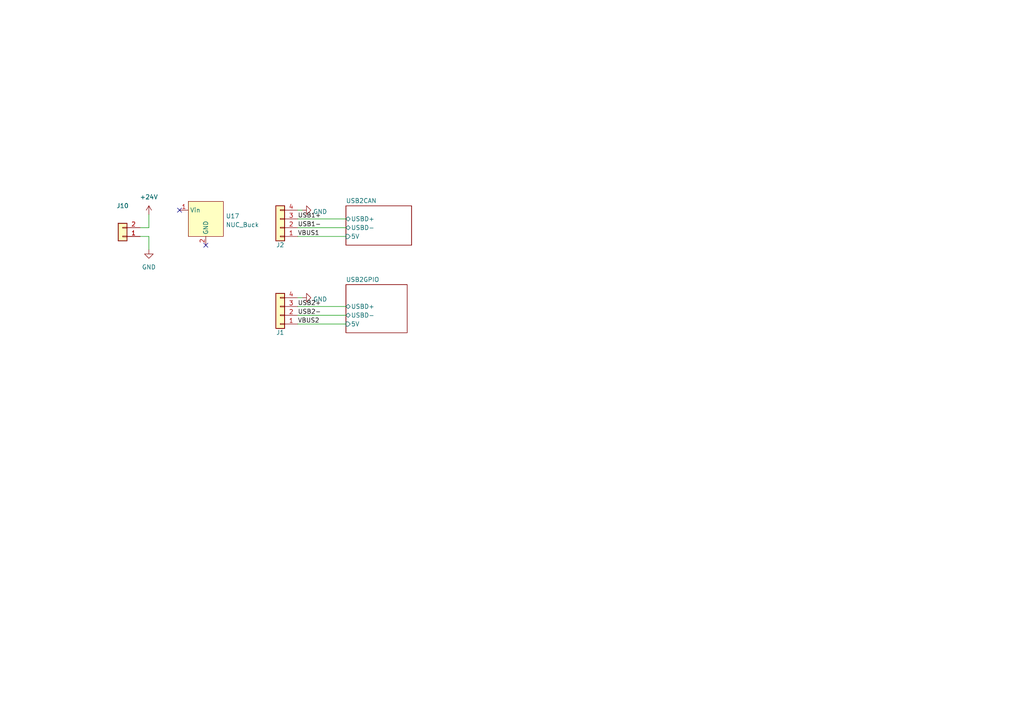
<source format=kicad_sch>
(kicad_sch (version 20230121) (generator eeschema)
  (paper "A4")
  (lib_symbols
    (symbol "Connector_Generic:Conn_01x02" (pin_names (offset 1.016) hide)
      (property "Reference" "J" (at 0 2.54 0))
      (property "Value" "Conn_01x02" (at 0 -5.08 0))
      (symbol "Conn_01x02_1_1"
        (rectangle (start -1.27 -2.413) (end 0 -2.667) (stroke (width 0.1524)))
        (rectangle (start -1.27 0.127) (end 0 -0.127) (stroke (width 0.1524)))
        (rectangle (start -1.27 1.27) (end 1.27 -3.81) (stroke (width 0.254)) (fill (type background)))
        (pin passive line (at -5.08 0 0) (length 3.81) (name "Pin_1") (number "1"))
        (pin passive line (at -5.08 -2.54 0) (length 3.81) (name "Pin_2") (number "2"))
      )
    )
    (symbol "Connector_Generic:Conn_01x04" (pin_names (offset 1.016) hide)
      (property "Reference" "J" (at 0 5.08 0))
      (property "Value" "Conn_01x04" (at 0 -7.62 0))
      (symbol "Conn_01x04_1_1"
        (rectangle (start -1.27 -4.953) (end 0 -5.207) (stroke (width 0.1524)))
        (rectangle (start -1.27 -2.413) (end 0 -2.667) (stroke (width 0.1524)))
        (rectangle (start -1.27 0.127) (end 0 -0.127) (stroke (width 0.1524)))
        (rectangle (start -1.27 2.667) (end 0 2.413) (stroke (width 0.1524)))
        (rectangle (start -1.27 3.81) (end 1.27 -6.35) (stroke (width 0.254)) (fill (type background)))
        (pin passive line (at -5.08 2.54 0) (length 3.81) (name "Pin_1") (number "1"))
        (pin passive line (at -5.08 0 0) (length 3.81) (name "Pin_2") (number "2"))
        (pin passive line (at -5.08 -2.54 0) (length 3.81) (name "Pin_3") (number "3"))
        (pin passive line (at -5.08 -5.08 0) (length 3.81) (name "Pin_4") (number "4"))
      )
    )
    (symbol "MyLib:NUC_Buck"
      (property "Reference" "U" (at 5.08 7.62 0))
      (property "Value" "NUC_Buck" (at -2.54 7.62 0))
      (symbol "NUC_Buck_0_1"
        (rectangle (start -5.08 5.08) (end 5.08 -5.08) (stroke (width 0.1524)) (fill (type background)))
      )
      (symbol "NUC_Buck_1_1"
        (pin power_in line (at -7.62 2.54 0) (length 2.54) (name "Vin") (number "1"))
        (pin power_in line (at 0 -7.62 90) (length 2.54) (name "GND") (number "2"))
      )
    )
    (symbol "power:+24V" (power) (pin_names (offset 0))
      (property "Value" "+24V" (at 0 3.556 0))
      (symbol "+24V_0_1"
        (polyline (pts (xy -0.762 1.27) (xy 0 2.54)))
        (polyline (pts (xy 0 0) (xy 0 2.54)))
        (polyline (pts (xy 0 2.54) (xy 0.762 1.27)))
      )
      (symbol "+24V_1_1"
        (pin power_in line (at 0 0 90) (length 0) hide (name "+24V") (number "1"))
      )
    )
    (symbol "power:GND" (power) (pin_names (offset 0))
      (property "Value" "GND" (at 0 -3.81 0))
      (symbol "GND_0_1"
        (polyline (pts (xy 0 0) (xy 0 -1.27) (xy 1.27 -1.27) (xy 0 -2.54) (xy -1.27 -1.27) (xy 0 -1.27)))
      )
      (symbol "GND_1_1"
        (pin power_in line (at 0 0 270) (length 0) hide (name "GND") (number "1"))
      )
    )
  )
  (no_connect (at 59.69 71.12))
  (no_connect (at 52.07 60.96))
  (wire (pts (xy 86.36 66.04) (xy 100.33 66.04)))
  (wire (pts (xy 86.36 86.36) (xy 87.63 86.36)))
  (wire (pts (xy 86.36 68.58) (xy 100.33 68.58)))
  (wire (pts (xy 86.36 91.44) (xy 100.33 91.44)))
  (wire (pts (xy 86.36 60.96) (xy 87.63 60.96)))
  (wire (pts (xy 43.18 68.58) (xy 40.64 68.58)))
  (wire (pts (xy 86.36 93.98) (xy 100.33 93.98)))
  (wire (pts (xy 43.18 62.23) (xy 43.18 66.04)))
  (wire (pts (xy 43.18 72.39) (xy 43.18 68.58)))
  (wire (pts (xy 43.18 66.04) (xy 40.64 66.04)))
  (wire (pts (xy 86.36 63.5) (xy 100.33 63.5)))
  (wire (pts (xy 86.36 88.9) (xy 100.33 88.9)))
  (label "USB2-" (at 86.36 91.44 0))
  (label "VBUS1" (at 86.36 68.58 0))
  (label "VBUS2" (at 86.36 93.98 0))
  (label "USB2+" (at 86.36 88.9 0))
  (label "USB1+" (at 86.36 63.5 0))
  (label "USB1-" (at 86.36 66.04 0))
  (symbol (lib_id "Connector_Generic:Conn_01x04") (at 81.28 91.44 180) (unit 1)
    (property "Reference" "J1" (at 81.28 96.4415 0))
    (property "Value" "Conn_01x04" (effects hide))
    (property "Footprint" "Connector_Molex:Molex_CLIK-Mate_502386-0470_1x04-1MP_P1.25mm_Horizontal" (effects hide))
  )
  (symbol (lib_id "MyLib:NUC_Buck") (at 59.69 63.5 0) (unit 1)
    (property "Reference" "U17" (at 65.4812 62.6653 0) (effects (justify left)))
    (property "Value" "NUC_Buck" (at 65.4812 65.2022 0) (effects (justify left)))
    (property "Footprint" "package:NUC_lm3150" (effects hide))
  )
  (symbol (lib_id "power:GND") (at 87.63 86.36 90) (unit 1)
    (property "Reference" "#PWR04" (effects hide))
    (property "Value" "GND" (at 90.805 86.7938 90) (effects (justify right)))
  )
  (symbol (lib_id "Connector_Generic:Conn_01x04") (at 81.28 66.04 180) (unit 1)
    (property "Reference" "J2" (at 81.28 71.0415 0))
    (property "Value" "Conn_01x04" (effects hide))
    (property "Footprint" "Connector_Molex:Molex_CLIK-Mate_502386-0470_1x04-1MP_P1.25mm_Horizontal" (effects hide))
  )
  (symbol (lib_id "power:+24V") (at 43.18 62.23 0) (unit 1)
    (property "Reference" "#PWR01" (effects hide))
    (property "Value" "+24V" (at 43.18 57.15 0))
  )
  (symbol (lib_id "Connector_Generic:Conn_01x02") (at 35.56 68.58 180) (unit 1)
    (property "Reference" "J10" (at 35.56 59.69 0))
    (property "Value" "Conn_01x02" (effects hide))
    (property "Footprint" "Connector_AMASS:AMASS_XT30PW-M_1x02_P2.50mm_Horizontal" (effects hide))
  )
  (symbol (lib_id "power:GND") (at 87.63 60.96 90) (unit 1)
    (property "Reference" "#PWR02" (effects hide))
    (property "Value" "GND" (at 90.805 61.3938 90) (effects (justify right)))
  )
  (symbol (lib_id "power:GND") (at 43.18 72.39 0) (unit 1)
    (property "Reference" "#PWR03" (effects hide))
    (property "Value" "GND" (at 43.18 77.47 0))
  )
  (sheet (at 100.33 59.69) (size 19.05 11.43) (stroke (width 0.1524))
    (property "Sheetname" "USB2CAN" (at 100.33 58.9784 0) (effects (justify left bottom)))
    (property "Sheetfile" "USB2XXX.kicad_sch" (effects hide))
    (pin "USBD+" bidirectional (at 100.33 63.5 180))
    (pin "USBD-" bidirectional (at 100.33 66.04 180))
    (pin "5V" input (at 100.33 68.58 180))
  )
  (sheet (at 100.33 82.55) (size 17.78 13.97) (stroke (width 0.1524))
    (property "Sheetname" "USB2GPIO" (at 100.33 81.8384 0) (effects (justify left bottom)))
    (property "Sheetfile" "USB2GPIO.kicad_sch" (effects hide))
    (pin "USBD-" bidirectional (at 100.33 91.44 180))
    (pin "5V" input (at 100.33 93.98 180))
    (pin "USBD+" bidirectional (at 100.33 88.9 180))
  )
)
</source>
